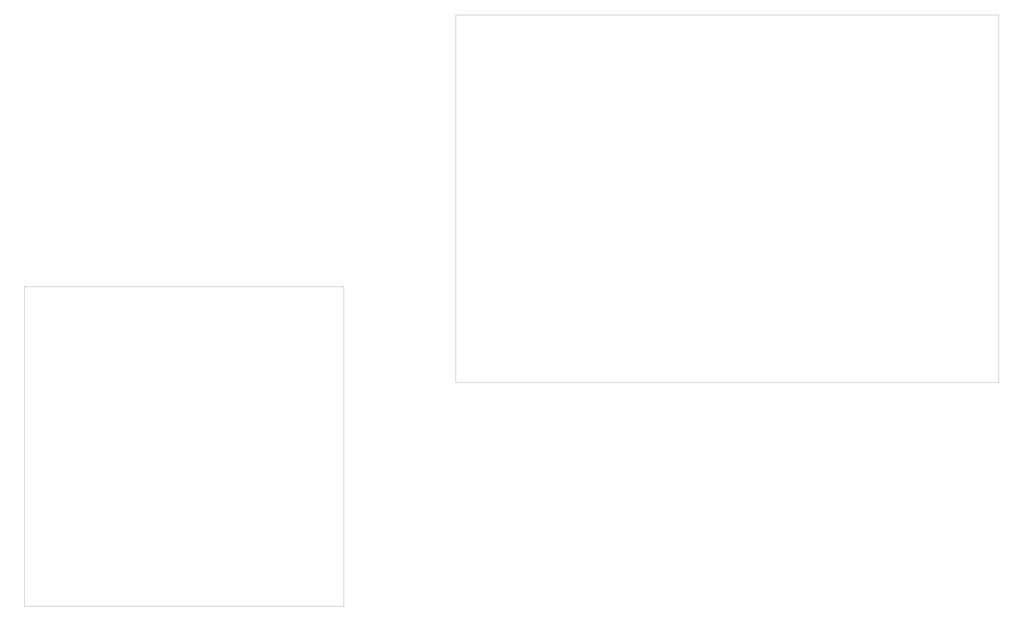
<source format=gbr>
From 7f18bf03b15448a26707505fd705991306757e57 Mon Sep 17 00:00:00 2001
From: jaseg <git-bigdata-wsl-arch@jaseg.de>
Date: Sun, 24 Jul 2022 12:29:08 +0200
Subject: Update PCBs

---
 driver/gerber/driver-Edge_Cuts.gbr | 27 +++++++++++++++------------
 1 file changed, 15 insertions(+), 12 deletions(-)

(limited to 'driver/gerber/driver-Edge_Cuts.gbr')

diff --git a/driver/gerber/driver-Edge_Cuts.gbr b/driver/gerber/driver-Edge_Cuts.gbr
index f2c69f4..3eb7ff3 100644
--- a/driver/gerber/driver-Edge_Cuts.gbr
+++ b/driver/gerber/driver-Edge_Cuts.gbr
@@ -1,23 +1,26 @@
-G04 #@! TF.GenerationSoftware,KiCad,Pcbnew,(5.1.5)-3*
-G04 #@! TF.CreationDate,2020-05-02T20:20:03+02:00*
+G04 #@! TF.GenerationSoftware,KiCad,Pcbnew,(6.99.0-1920-g294b8e9051)*
+G04 #@! TF.CreationDate,2022-07-23T00:22:57+02:00*
 G04 #@! TF.ProjectId,driver,64726976-6572-42e6-9b69-6361645f7063,rev?*
 G04 #@! TF.SameCoordinates,Original*
 G04 #@! TF.FileFunction,Profile,NP*
 %FSLAX46Y46*%
 G04 Gerber Fmt 4.6, Leading zero omitted, Abs format (unit mm)*
-G04 Created by KiCad (PCBNEW (5.1.5)-3) date 2020-05-02 20:20:03*
+G04 Created by KiCad (PCBNEW (6.99.0-1920-g294b8e9051)) date 2022-07-23 00:22:57*
 %MOMM*%
 %LPD*%
+G01*
 G04 APERTURE LIST*
-%ADD10C,0.150000*%
+G04 #@! TA.AperFunction,Profile*
+%ADD10C,0.050000*%
+G04 #@! TD*
 G04 APERTURE END LIST*
 D10*
-X170000000Y-55000000D02*
-X70000000Y-55000000D01*
-X170000000Y-155000000D02*
-X170000000Y-55000000D01*
-X70000000Y-155000000D02*
-X170000000Y-155000000D01*
-X70000000Y-55000000D02*
-X70000000Y-155000000D01*
+X205000000Y-85000000D02*
+X205000000Y30000000D01*
+X375000000Y30000000D02*
+X375000000Y-85000000D01*
+X375000000Y-85000000D02*
+X205000000Y-85000000D01*
+X205000000Y30000000D02*
+X375000000Y30000000D01*
 M02*
-- 
cgit 


</source>
